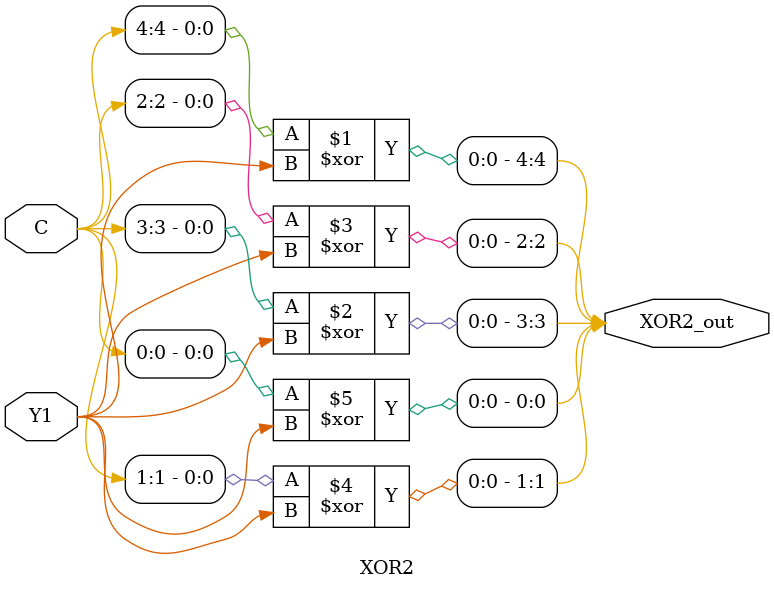
<source format=v>
module XOR2(input Y1,
	input [4:0] C,
	output [4:0] XOR2_out);
	assign XOR2_out[4] = C[4]^Y1;
	assign XOR2_out[3] = C[3]^Y1;
	assign XOR2_out[2] = C[2]^Y1;
	assign XOR2_out[1] = C[1]^Y1;
	assign XOR2_out[0] = C[0]^Y1;
endmodule
</source>
